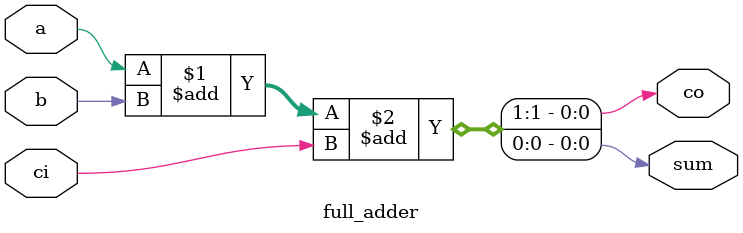
<source format=v>
`define COCOTB_SIM 1

module full_adder
  (
    input      a,b,ci,
    output     sum,co
  );
  //-----------arch-----------
  // the "macro" to dump signals
  assign {co, sum} = a+b+ci;

  // Only for cocotb simulation waveforms
  `ifdef COCOTB_SIM
    initial begin
      $dumpfile ("full_adder.vcd");
      $dumpvars (0, full_adder);
      #1;
    end
  `endif

endmodule //full_adder

</source>
